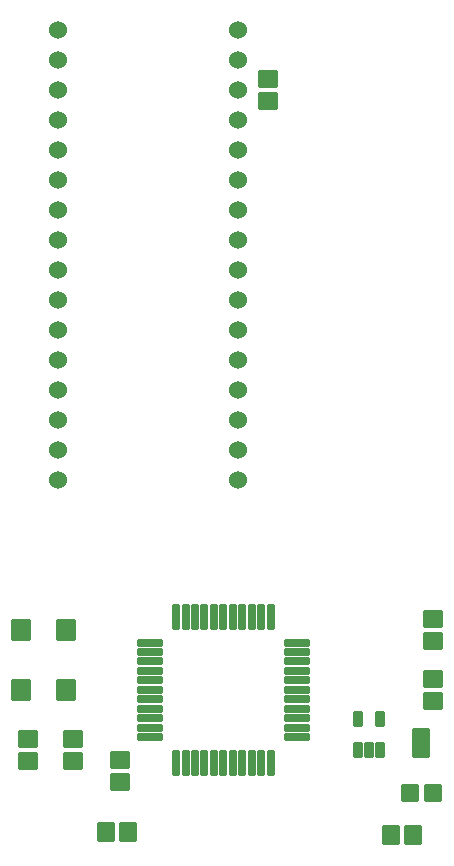
<source format=gts>
G04 #@! TF.GenerationSoftware,KiCad,Pcbnew,(6.0.8)*
G04 #@! TF.CreationDate,2023-01-01T19:12:15-07:00*
G04 #@! TF.ProjectId,Havoc6295_2_0.kicad_pro,4861766f-6336-4323-9935-5f325f302e6b,rev?*
G04 #@! TF.SameCoordinates,Original*
G04 #@! TF.FileFunction,Soldermask,Top*
G04 #@! TF.FilePolarity,Negative*
%FSLAX46Y46*%
G04 Gerber Fmt 4.6, Leading zero omitted, Abs format (unit mm)*
G04 Created by KiCad (PCBNEW (6.0.8)) date 2023-01-01 19:12:15*
%MOMM*%
%LPD*%
G01*
G04 APERTURE LIST*
G04 Aperture macros list*
%AMRoundRect*
0 Rectangle with rounded corners*
0 $1 Rounding radius*
0 $2 $3 $4 $5 $6 $7 $8 $9 X,Y pos of 4 corners*
0 Add a 4 corners polygon primitive as box body*
4,1,4,$2,$3,$4,$5,$6,$7,$8,$9,$2,$3,0*
0 Add four circle primitives for the rounded corners*
1,1,$1+$1,$2,$3*
1,1,$1+$1,$4,$5*
1,1,$1+$1,$6,$7*
1,1,$1+$1,$8,$9*
0 Add four rect primitives between the rounded corners*
20,1,$1+$1,$2,$3,$4,$5,0*
20,1,$1+$1,$4,$5,$6,$7,0*
20,1,$1+$1,$6,$7,$8,$9,0*
20,1,$1+$1,$8,$9,$2,$3,0*%
G04 Aperture macros list end*
%ADD10RoundRect,0.101600X0.635000X-0.635000X0.635000X0.635000X-0.635000X0.635000X-0.635000X-0.635000X0*%
%ADD11RoundRect,0.101600X0.647700X1.150000X-0.647700X1.150000X-0.647700X-1.150000X0.647700X-1.150000X0*%
%ADD12RoundRect,0.101600X-0.750000X0.650000X-0.750000X-0.650000X0.750000X-0.650000X0.750000X0.650000X0*%
%ADD13RoundRect,0.101600X-0.300000X-0.600000X0.300000X-0.600000X0.300000X0.600000X-0.300000X0.600000X0*%
%ADD14RoundRect,0.101600X0.650000X0.750000X-0.650000X0.750000X-0.650000X-0.750000X0.650000X-0.750000X0*%
%ADD15RoundRect,0.101600X0.750000X-0.650000X0.750000X0.650000X-0.750000X0.650000X-0.750000X-0.650000X0*%
%ADD16RoundRect,0.101600X-0.650000X-0.750000X0.650000X-0.750000X0.650000X0.750000X-0.650000X0.750000X0*%
%ADD17RoundRect,0.101600X-1.000000X-0.250000X1.000000X-0.250000X1.000000X0.250000X-1.000000X0.250000X0*%
%ADD18RoundRect,0.101600X-0.250000X-1.000000X0.250000X-1.000000X0.250000X1.000000X-0.250000X1.000000X0*%
%ADD19RoundRect,0.101600X-0.750000X-0.800000X0.750000X-0.800000X0.750000X0.800000X-0.750000X0.800000X0*%
%ADD20RoundRect,0.101600X0.750000X0.800000X-0.750000X0.800000X-0.750000X-0.800000X0.750000X-0.800000X0*%
%ADD21C,1.524000*%
G04 APERTURE END LIST*
D10*
X166265100Y-136092600D03*
D11*
X165265100Y-131842600D03*
D10*
X164265100Y-136092600D03*
D12*
X152311100Y-75605600D03*
X152311100Y-77505600D03*
D13*
X159870100Y-132471600D03*
X160820100Y-132471600D03*
X161770100Y-132471600D03*
X161770100Y-129859600D03*
X159870100Y-129859600D03*
D12*
X139738100Y-133263600D03*
X139738100Y-135163600D03*
D14*
X140434100Y-139420600D03*
X138534100Y-139420600D03*
D12*
X135801100Y-131485600D03*
X135801100Y-133385600D03*
X166281100Y-126405600D03*
X166281100Y-128305600D03*
X166281100Y-121325600D03*
X166281100Y-123225600D03*
D15*
X131991100Y-133385600D03*
X131991100Y-131485600D03*
D16*
X162664100Y-139674600D03*
X164564100Y-139674600D03*
D17*
X142301100Y-123355600D03*
X142301100Y-124155600D03*
X142301100Y-124955600D03*
X142301100Y-125755600D03*
X142301100Y-126555600D03*
X142301100Y-127355600D03*
X142301100Y-128155600D03*
X142301100Y-128955600D03*
X142301100Y-129755600D03*
X142301100Y-130555600D03*
X142301100Y-131355600D03*
D18*
X144501100Y-133555600D03*
X145301100Y-133555600D03*
X146101100Y-133555600D03*
X146901100Y-133555600D03*
X147701100Y-133555600D03*
X148501100Y-133555600D03*
X149301100Y-133555600D03*
X150101100Y-133555600D03*
X150901100Y-133555600D03*
X151701100Y-133555600D03*
X152501100Y-133555600D03*
D17*
X154701100Y-131355600D03*
X154701100Y-130555600D03*
X154701100Y-129755600D03*
X154701100Y-128955600D03*
X154701100Y-128155600D03*
X154701100Y-127355600D03*
X154701100Y-126555600D03*
X154701100Y-125755600D03*
X154701100Y-124955600D03*
X154701100Y-124155600D03*
X154701100Y-123355600D03*
D18*
X152501100Y-121155600D03*
X151701100Y-121155600D03*
X150901100Y-121155600D03*
X150101100Y-121155600D03*
X149301100Y-121155600D03*
X148501100Y-121155600D03*
X147701100Y-121155600D03*
X146901100Y-121155600D03*
X146101100Y-121155600D03*
X145301100Y-121155600D03*
X144501100Y-121155600D03*
D19*
X131361100Y-122265600D03*
X131361100Y-127365600D03*
D20*
X135161100Y-127365600D03*
X135161100Y-122265600D03*
D21*
X134531100Y-71475600D03*
X134531100Y-74015600D03*
X134531100Y-76555600D03*
X134531100Y-79095600D03*
X134531100Y-81635600D03*
X134531100Y-84175600D03*
X134531100Y-86715600D03*
X134531100Y-89255600D03*
X134531100Y-91795600D03*
X134531100Y-94335600D03*
X134531100Y-96875600D03*
X134531100Y-99415600D03*
X134531100Y-101955600D03*
X134531100Y-104495600D03*
X134531100Y-107035600D03*
X134531100Y-109575600D03*
X149771100Y-109575600D03*
X149771100Y-107035600D03*
X149771100Y-104495600D03*
X149771100Y-101955600D03*
X149771100Y-99415600D03*
X149771100Y-96875600D03*
X149771100Y-94335600D03*
X149771100Y-91795600D03*
X149771100Y-89255600D03*
X149771100Y-86715600D03*
X149771100Y-84175600D03*
X149771100Y-81635600D03*
X149771100Y-79095600D03*
X149771100Y-76555600D03*
X149771100Y-74015600D03*
X149771100Y-71475600D03*
M02*

</source>
